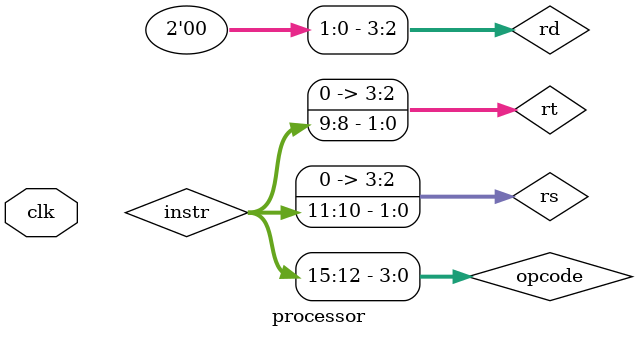
<source format=v>
module processor(input clk);

    reg [7:0] PC;
    wire [15:0] instr;

    wire [3:0] opcode, rs, rt, rd;
    wire [7:0] imm;

    // IF Stage
    instruction_memory imem(.addr(PC), .instr(instr));
    
    assign opcode = instr[15:12];
    assign rs = instr[11:10];
    assign rt = instr[9:8];
    assign rd = instr[7:6];
    assign imm = instr[7:0];

    // Pipeline registers between stages
    reg [15:0] IF_ID;
    reg [15:0] ID_EX;
    reg [15:0] EX_MEM;
    reg [15:0] MEM_WB;

    always @(posedge clk) begin
        // Pipeline stage transitions
        IF_ID <= instr;
        ID_EX <= IF_ID;
        EX_MEM <= ID_EX;
        MEM_WB <= EX_MEM;
        
        PC <= PC + 1;
    end

endmodule

</source>
